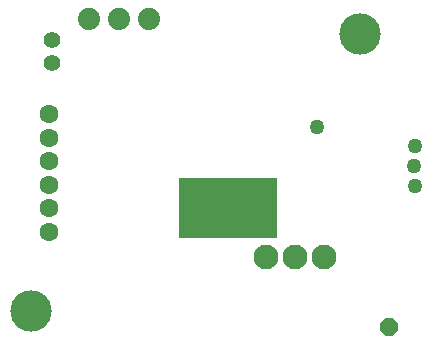
<source format=gbs>
G75*
%MOIN*%
%OFA0B0*%
%FSLAX25Y25*%
%IPPOS*%
%LPD*%
%AMOC8*
5,1,8,0,0,1.08239X$1,22.5*
%
%ADD10C,0.13780*%
%ADD11R,0.33000X0.20400*%
%ADD12C,0.04331*%
%ADD13C,0.07400*%
%ADD14C,0.06299*%
%ADD15C,0.05600*%
%ADD16OC8,0.06000*%
%ADD17C,0.05000*%
%ADD18C,0.08268*%
D10*
X0084052Y0087644D03*
X0193698Y0180164D03*
D11*
X0149613Y0122033D03*
D12*
X0179327Y0149140D03*
D13*
X0123513Y0185033D03*
X0113513Y0185033D03*
X0103513Y0185033D03*
D14*
X0089913Y0153581D03*
X0089913Y0145581D03*
X0089913Y0137707D03*
X0089913Y0129833D03*
X0089913Y0121959D03*
X0089913Y0114085D03*
D15*
X0091113Y0170296D03*
X0091113Y0178170D03*
D16*
X0203313Y0082433D03*
D17*
X0211927Y0129388D03*
X0211875Y0136088D03*
X0211923Y0142688D03*
X0179272Y0149088D03*
D18*
X0181713Y0105633D03*
X0172013Y0105633D03*
X0162513Y0105633D03*
M02*

</source>
